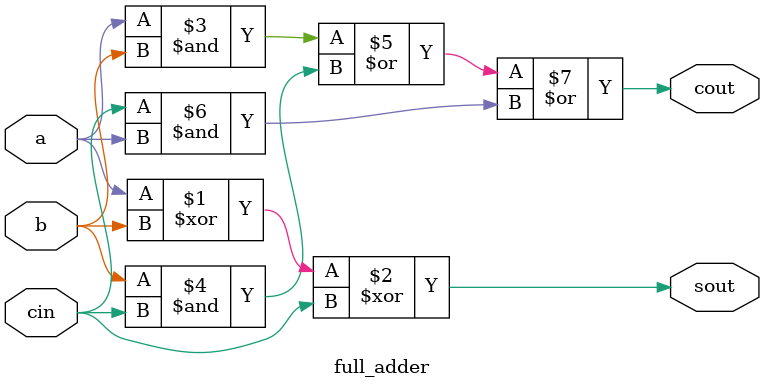
<source format=v>
`timescale 1ns / 1ps
module full_adder(a,b,cin,sout,cout);
input a,b,cin;
output sout,cout;
assign sout=a^b^cin;
assign cout=(a&b)|(b&cin)|(cin&a);

endmodule

</source>
